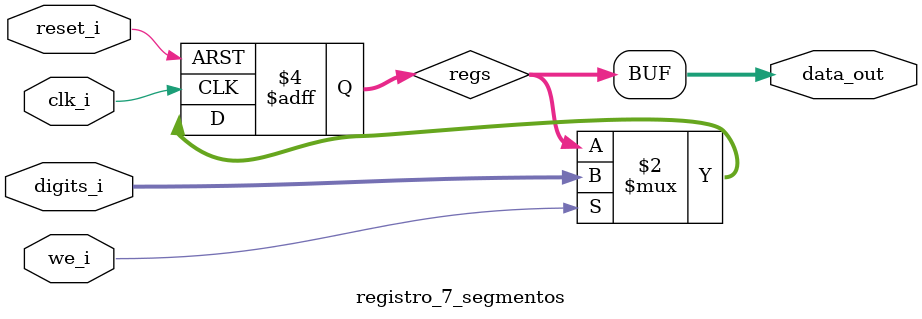
<source format=sv>
`timescale 1ns / 1ps

module registro_7_segmentos(
  input logic reset_i, we_i, clk_i,
  input logic [15:0] digits_i,
  output logic [15:0] data_out
);

logic [15:0] regs;

always_ff @(posedge clk_i or posedge reset_i) begin
  if (reset_i) begin
    regs <= 0;
  end 
  else if (we_i) begin
    regs <= digits_i;
  end
end

assign data_out = regs;

endmodule


</source>
